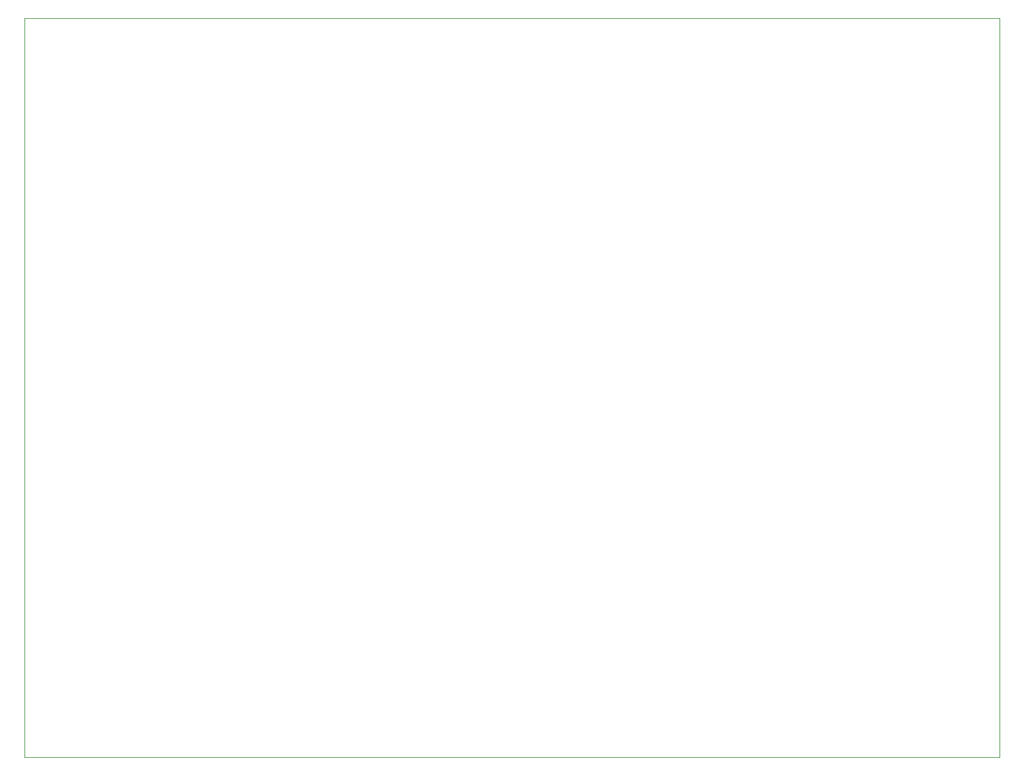
<source format=gbr>
%TF.GenerationSoftware,KiCad,Pcbnew,7.0.10*%
%TF.CreationDate,2024-04-10T22:42:48-07:00*%
%TF.ProjectId,COFFEE_MAKER,434f4646-4545-45f4-9d41-4b45522e6b69,rev?*%
%TF.SameCoordinates,Original*%
%TF.FileFunction,Profile,NP*%
%FSLAX46Y46*%
G04 Gerber Fmt 4.6, Leading zero omitted, Abs format (unit mm)*
G04 Created by KiCad (PCBNEW 7.0.10) date 2024-04-10 22:42:48*
%MOMM*%
%LPD*%
G01*
G04 APERTURE LIST*
%TA.AperFunction,Profile*%
%ADD10C,0.100000*%
%TD*%
G04 APERTURE END LIST*
D10*
X97790000Y-19685000D02*
X229235000Y-19685000D01*
X229235000Y-119380000D01*
X97790000Y-119380000D01*
X97790000Y-19685000D01*
M02*

</source>
